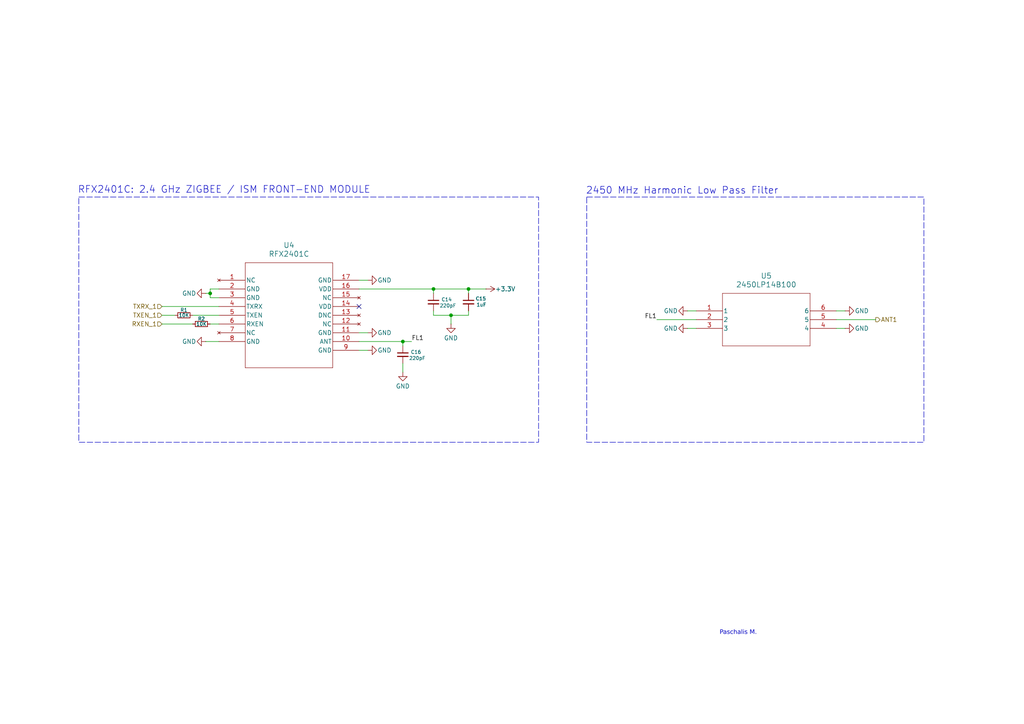
<source format=kicad_sch>
(kicad_sch (version 20231120) (generator "eeschema") (generator_version "8.0")
  (paper "A4")
  (title_block (title "RFX2401C: 2.4 GHz ZIGBEE / ISM FRONT-END MODULE") (date "2025-02-23") (rev "1.0") (company "https://github.com/Paschalis | TeodoraMiu"))
  (lib_symbols
    (symbol "2450LP14B100:2450LP14B100" (pin_names (offset 0.254))
      (property "Reference" "U" (at 20.32 10.16 0))
      (property "Value" "2450LP14B100" (at 20.32 7.62 0))
      (symbol "2450LP14B100_0_1"
        (polyline (pts (xy 7.62 -10.16) (xy 33.02 -10.16)) (stroke (width 0.127)))
        (polyline (pts (xy 7.62 5.08) (xy 7.62 -10.16)) (stroke (width 0.127)))
        (polyline (pts (xy 33.02 -10.16) (xy 33.02 5.08)) (stroke (width 0.127)))
        (polyline (pts (xy 33.02 5.08) (xy 7.62 5.08)) (stroke (width 0.127)))
        (pin unspecified line (at 0 0 0) (length 7.62) (name "1") (number "1"))
        (pin unspecified line (at 0 -2.54 0) (length 7.62) (name "2") (number "2"))
        (pin unspecified line (at 0 -5.08 0) (length 7.62) (name "3") (number "3"))
        (pin unspecified line (at 40.64 -5.08 180) (length 7.62) (name "4") (number "4"))
        (pin unspecified line (at 40.64 -2.54 180) (length 7.62) (name "5") (number "5"))
        (pin unspecified line (at 40.64 0 180) (length 7.62) (name "6") (number "6"))
      )
    )
    (symbol "Device:C_Small" (pin_numbers hide) (pin_names (offset 0.254) hide)
      (property "Reference" "C" (at 0.254 1.778 0))
      (property "Value" "C_Small" (at 0.254 -2.032 0))
      (symbol "C_Small_0_1"
        (polyline (pts (xy -1.524 -0.508) (xy 1.524 -0.508)) (stroke (width 0.3302)))
        (polyline (pts (xy -1.524 0.508) (xy 1.524 0.508)) (stroke (width 0.3048)))
      )
      (symbol "C_Small_1_1"
        (pin passive line (at 0 2.54 270) (length 2.032) (name "~") (number "1"))
        (pin passive line (at 0 -2.54 90) (length 2.032) (name "~") (number "2"))
      )
    )
    (symbol "Device:R_Small" (pin_numbers hide) (pin_names (offset 0.254) hide)
      (property "Reference" "R" (at 0.762 0.508 0))
      (property "Value" "R_Small" (at 0.762 -1.016 0))
      (symbol "R_Small_0_1"
        (rectangle (start -0.762 1.778) (end 0.762 -1.778) (stroke (width 0.2032)))
      )
      (symbol "R_Small_1_1"
        (pin passive line (at 0 2.54 270) (length 0.762) (name "~") (number "1"))
        (pin passive line (at 0 -2.54 90) (length 0.762) (name "~") (number "2"))
      )
    )
    (symbol "RFX2401C:RFX2401C" (pin_names (offset 0.254))
      (property "Reference" "U" (at 20.32 10.16 0))
      (property "Value" "RFX2401C" (at 20.32 7.62 0))
      (symbol "RFX2401C_0_1"
        (polyline (pts (xy 7.62 -25.4) (xy 33.02 -25.4)) (stroke (width 0.127)))
        (polyline (pts (xy 7.62 5.08) (xy 7.62 -25.4)) (stroke (width 0.127)))
        (polyline (pts (xy 33.02 -25.4) (xy 33.02 5.08)) (stroke (width 0.127)))
        (polyline (pts (xy 33.02 5.08) (xy 7.62 5.08)) (stroke (width 0.127)))
        (pin no_connect line (at 0 0 0) (length 7.62) (name "NC") (number "1"))
        (pin unspecified line (at 40.64 -17.78 180) (length 7.62) (name "ANT") (number "10"))
        (pin power_out line (at 40.64 -15.24 180) (length 7.62) (name "GND") (number "11"))
        (pin no_connect line (at 40.64 -12.7 180) (length 7.62) (name "NC") (number "12"))
        (pin no_connect line (at 40.64 -10.16 180) (length 7.62) (name "DNC") (number "13"))
        (pin power_in line (at 40.64 -7.62 180) (length 7.62) (name "VDD") (number "14"))
        (pin no_connect line (at 40.64 -5.08 180) (length 7.62) (name "NC") (number "15"))
        (pin power_in line (at 40.64 -2.54 180) (length 7.62) (name "VDD") (number "16"))
        (pin power_out line (at 40.64 0 180) (length 7.62) (name "GND") (number "17"))
        (pin power_out line (at 0 -2.54 0) (length 7.62) (name "GND") (number "2"))
        (pin power_out line (at 0 -5.08 0) (length 7.62) (name "GND") (number "3"))
        (pin unspecified line (at 0 -7.62 0) (length 7.62) (name "TXRX") (number "4"))
        (pin input line (at 0 -10.16 0) (length 7.62) (name "TXEN") (number "5"))
        (pin input line (at 0 -12.7 0) (length 7.62) (name "RXEN") (number "6"))
        (pin no_connect line (at 0 -15.24 0) (length 7.62) (name "NC") (number "7"))
        (pin power_out line (at 0 -17.78 0) (length 7.62) (name "GND") (number "8"))
        (pin power_out line (at 40.64 -20.32 180) (length 7.62) (name "GND") (number "9"))
      )
    )
    (symbol "power:+3.3V" (power) (pin_numbers hide) (pin_names (offset 0) hide)
      (property "Value" "+3.3V" (at 0 3.556 0))
      (symbol "+3.3V_0_1"
        (polyline (pts (xy -0.762 1.27) (xy 0 2.54)))
        (polyline (pts (xy 0 0) (xy 0 2.54)))
        (polyline (pts (xy 0 2.54) (xy 0.762 1.27)))
      )
      (symbol "+3.3V_1_1"
        (pin power_in line (at 0 0 90) (length 0) (name "~") (number "1"))
      )
    )
    (symbol "power:GND" (power) (pin_numbers hide) (pin_names (offset 0) hide)
      (property "Value" "GND" (at 0 -3.81 0))
      (symbol "GND_0_1"
        (polyline (pts (xy 0 0) (xy 0 -1.27) (xy 1.27 -1.27) (xy 0 -2.54) (xy -1.27 -1.27) (xy 0 -1.27)))
      )
      (symbol "GND_1_1"
        (pin power_in line (at 0 0 270) (length 0) (name "~") (number "1"))
      )
    )
  )
  (junction (at 116.84 99.06))
  (junction (at 130.81 91.44))
  (junction (at 125.73 83.82))
  (junction (at 135.89 83.82))
  (junction (at 60.96 85.09))
  (no_connect (at 104.14 88.9))
  (wire (pts (xy 60.96 85.09) (xy 60.96 83.82)))
  (wire (pts (xy 242.57 95.25) (xy 245.11 95.25)))
  (wire (pts (xy 60.96 93.98) (xy 63.5 93.98)))
  (wire (pts (xy 60.96 85.09) (xy 59.69 85.09)))
  (wire (pts (xy 63.5 86.36) (xy 60.96 86.36)))
  (wire (pts (xy 60.96 86.36) (xy 60.96 85.09)))
  (wire (pts (xy 104.14 99.06) (xy 116.84 99.06)))
  (wire (pts (xy 130.81 91.44) (xy 135.89 91.44)))
  (wire (pts (xy 125.73 83.82) (xy 135.89 83.82)))
  (wire (pts (xy 104.14 101.6) (xy 106.68 101.6)))
  (wire (pts (xy 135.89 83.82) (xy 135.89 85.09)))
  (wire (pts (xy 116.84 105.41) (xy 116.84 107.95)))
  (wire (pts (xy 135.89 91.44) (xy 135.89 90.17)))
  (wire (pts (xy 125.73 90.17) (xy 125.73 91.44)))
  (wire (pts (xy 135.89 83.82) (xy 140.97 83.82)))
  (wire (pts (xy 104.14 83.82) (xy 125.73 83.82)))
  (wire (pts (xy 104.14 96.52) (xy 106.68 96.52)))
  (wire (pts (xy 242.57 92.71) (xy 254 92.71)))
  (wire (pts (xy 199.39 90.17) (xy 201.93 90.17)))
  (wire (pts (xy 130.81 91.44) (xy 130.81 93.98)))
  (wire (pts (xy 199.39 95.25) (xy 201.93 95.25)))
  (wire (pts (xy 55.88 91.44) (xy 63.5 91.44)))
  (wire (pts (xy 60.96 83.82) (xy 63.5 83.82)))
  (wire (pts (xy 59.69 99.06) (xy 63.5 99.06)))
  (wire (pts (xy 116.84 99.06) (xy 119.38 99.06)))
  (wire (pts (xy 63.5 88.9) (xy 46.99 88.9)))
  (wire (pts (xy 116.84 99.06) (xy 116.84 100.33)))
  (wire (pts (xy 125.73 91.44) (xy 130.81 91.44)))
  (wire (pts (xy 242.57 90.17) (xy 245.11 90.17)))
  (wire (pts (xy 104.14 81.28) (xy 106.68 81.28)))
  (wire (pts (xy 190.5 92.71) (xy 201.93 92.71)))
  (wire (pts (xy 46.99 91.44) (xy 50.8 91.44)))
  (wire (pts (xy 46.99 93.98) (xy 55.88 93.98)))
  (wire (pts (xy 125.73 83.82) (xy 125.73 85.09)))
  (rectangle (start 22.86 57.15) (end 156.21 128.27) (stroke (width 0) (type dash)))
  (rectangle (start 170.18 57.15) (end 267.97 128.27) (stroke (width 0) (type dash)))
  (text "RFX2401C: 2.4 GHz ZIGBEE / ISM FRONT-END MODULE" (at 65.024 55.118 0) (effects (font (size 2 2))))
  (text "Paschalis M." (at 214.122 183.896 0) (effects (font (size 1.27 1.27))))
  (text "2450 MHz Harmonic Low Pass Filter" (at 197.866 55.372 0) (effects (font (size 2 2))))
  (label "FL1" (at 119.38 99.06 0))
  (label "FL1" (at 190.5 92.71 180))
  (hierarchical_label "TXRX_1" (shape input) (at 46.99 88.9 180))
  (hierarchical_label "RXEN_1" (shape input) (at 46.99 93.98 180))
  (hierarchical_label "ANT1" (shape output) (at 254 92.71 0))
  (hierarchical_label "TXEN_1" (shape input) (at 46.99 91.44 180))
  (symbol (lib_id "RFX2401C:RFX2401C") (at 63.5 81.28 0) (unit 1)
    (property "Reference" "U4" (at 83.82 71.12 0) (effects (font (size 1.524 1.524))))
    (property "Value" "RFX2401C" (at 83.82 73.66 0) (effects (font (size 1.524 1.524))))
    (property "Footprint" "RFX2401C:RFX2401C_SKY" (effects (hide yes)))
    (property "Datasheet" "RFX2401C" (effects (hide yes)))
  )
  (symbol (lib_id "power:GND") (at 59.69 85.09 270) (mirror x) (unit 1)
    (property "Reference" "#PWR43" (effects (hide yes)))
    (property "Value" "GND" (at 56.896 85.09 90) (effects (justify right)))
    (property "Description" "Power symbol creates a global label with name \"GND\" , ground" (effects (hide yes)))
  )
  (symbol (lib_id "2450LP14B100:2450LP14B100") (at 201.93 90.17 0) (unit 1)
    (property "Reference" "U5" (at 222.25 80.01 0) (effects (font (size 1.524 1.524))))
    (property "Value" "2450LP14B100" (at 222.25 82.55 0) (effects (font (size 1.524 1.524))))
    (property "Footprint" "2450LP14B100:CHIP_SMD_1P6XP8_JOD" (effects (hide yes)))
    (property "Datasheet" "2450LP14B100" (effects (hide yes)))
  )
  (symbol (lib_id "power:GND") (at 116.84 107.95 0) (unit 1)
    (property "Reference" "#PWR52" (effects (hide yes)))
    (property "Value" "GND" (at 118.872 112.014 0) (effects (justify right)))
    (property "Description" "Power symbol creates a global label with name \"GND\" , ground" (effects (hide yes)))
  )
  (symbol (lib_id "power:+3.3V") (at 140.97 83.82 270) (unit 1)
    (property "Reference" "#PWR48" (effects (hide yes)))
    (property "Value" "+3.3V" (at 146.558 83.82 90))
    (property "Description" "Power symbol creates a global label with name \"+3.3V\"" (effects (hide yes)))
  )
  (symbol (lib_id "Device:C_Small") (at 116.84 102.87 0) (unit 1)
    (property "Reference" "C16" (at 119.126 102.108 0) (effects (font (size 1 1)) (justify left)))
    (property "Value" "220pF" (at 118.618 103.886 0) (effects (font (size 1 1)) (justify left)))
    (property "Footprint" "Capacitor_SMD:C_0603_1608Metric_Pad1.08x0.95mm_HandSolder" (effects (hide yes)))
    (property "Description" "Unpolarized capacitor, small symbol" (effects (hide yes)))
  )
  (symbol (lib_id "power:GND") (at 199.39 90.17 270) (mirror x) (unit 1)
    (property "Reference" "#PWR51" (effects (hide yes)))
    (property "Value" "GND" (at 196.596 90.17 90) (effects (justify right)))
    (property "Description" "Power symbol creates a global label with name \"GND\" , ground" (effects (hide yes)))
  )
  (symbol (lib_id "Device:C_Small") (at 125.73 87.63 0) (unit 1)
    (property "Reference" "C14" (at 128.016 86.868 0) (effects (font (size 1 1)) (justify left)))
    (property "Value" "220pF" (at 127.508 88.646 0) (effects (font (size 1 1)) (justify left)))
    (property "Footprint" "Capacitor_SMD:C_0603_1608Metric_Pad1.08x0.95mm_HandSolder" (effects (hide yes)))
    (property "Description" "Unpolarized capacitor, small symbol" (effects (hide yes)))
  )
  (symbol (lib_id "power:GND") (at 106.68 101.6 90) (unit 1)
    (property "Reference" "#PWR46" (effects (hide yes)))
    (property "Value" "GND" (at 109.474 101.6 90) (effects (justify right)))
    (property "Description" "Power symbol creates a global label with name \"GND\" , ground" (effects (hide yes)))
  )
  (symbol (lib_id "power:GND") (at 245.11 90.17 90) (unit 1)
    (property "Reference" "#PWR50" (effects (hide yes)))
    (property "Value" "GND" (at 247.904 90.17 90) (effects (justify right)))
    (property "Description" "Power symbol creates a global label with name \"GND\" , ground" (effects (hide yes)))
  )
  (symbol (lib_id "power:GND") (at 199.39 95.25 270) (mirror x) (unit 1)
    (property "Reference" "#PWR53" (effects (hide yes)))
    (property "Value" "GND" (at 196.596 95.25 90) (effects (justify right)))
    (property "Description" "Power symbol creates a global label with name \"GND\" , ground" (effects (hide yes)))
  )
  (symbol (lib_id "power:GND") (at 106.68 96.52 90) (unit 1)
    (property "Reference" "#PWR45" (effects (hide yes)))
    (property "Value" "GND" (at 109.474 96.52 90) (effects (justify right)))
    (property "Description" "Power symbol creates a global label with name \"GND\" , ground" (effects (hide yes)))
  )
  (symbol (lib_id "power:GND") (at 106.68 81.28 90) (unit 1)
    (property "Reference" "#PWR44" (effects (hide yes)))
    (property "Value" "GND" (at 109.474 81.28 90) (effects (justify right)))
    (property "Description" "Power symbol creates a global label with name \"GND\" , ground" (effects (hide yes)))
  )
  (symbol (lib_id "Device:R_Small") (at 58.42 93.98 90) (unit 1)
    (property "Reference" "R2" (at 58.42 92.456 90) (effects (font (size 1 1))))
    (property "Value" "10K" (at 58.42 93.98 90) (effects (font (size 1 1))))
    (property "Footprint" "Resistor_SMD:R_0603_1608Metric_Pad0.98x0.95mm_HandSolder" (effects (hide yes)))
    (property "Description" "Resistor, small symbol" (effects (hide yes)))
  )
  (symbol (lib_id "Device:C_Small") (at 135.89 87.63 0) (unit 1)
    (property "Reference" "C15" (at 137.922 86.614 0) (effects (font (size 1 1)) (justify left)))
    (property "Value" "1uF" (at 138.176 88.392 0) (effects (font (size 1 1)) (justify left)))
    (property "Footprint" "Capacitor_SMD:C_0603_1608Metric_Pad1.08x0.95mm_HandSolder" (effects (hide yes)))
    (property "Description" "Unpolarized capacitor, small symbol" (effects (hide yes)))
  )
  (symbol (lib_id "power:GND") (at 245.11 95.25 90) (unit 1)
    (property "Reference" "#PWR54" (effects (hide yes)))
    (property "Value" "GND" (at 247.904 95.25 90) (effects (justify right)))
    (property "Description" "Power symbol creates a global label with name \"GND\" , ground" (effects (hide yes)))
  )
  (symbol (lib_id "Device:R_Small") (at 53.34 91.44 90) (unit 1)
    (property "Reference" "R1" (at 53.34 89.916 90) (effects (font (size 1 1) (thickness 0.125))))
    (property "Value" "10K" (at 53.34 91.44 90) (effects (font (size 1 1))))
    (property "Footprint" "Resistor_SMD:R_0603_1608Metric_Pad0.98x0.95mm_HandSolder" (effects (hide yes)))
    (property "Description" "Resistor, small symbol" (effects (hide yes)))
  )
  (symbol (lib_id "power:GND") (at 59.69 99.06 270) (mirror x) (unit 1)
    (property "Reference" "#PWR47" (effects (hide yes)))
    (property "Value" "GND" (at 56.896 99.06 90) (effects (justify right)))
    (property "Description" "Power symbol creates a global label with name \"GND\" , ground" (effects (hide yes)))
  )
  (symbol (lib_id "power:GND") (at 130.81 93.98 0) (unit 1)
    (property "Reference" "#PWR49" (effects (hide yes)))
    (property "Value" "GND" (at 132.842 98.044 0) (effects (justify right)))
    (property "Description" "Power symbol creates a global label with name \"GND\" , ground" (effects (hide yes)))
  )
)
</source>
